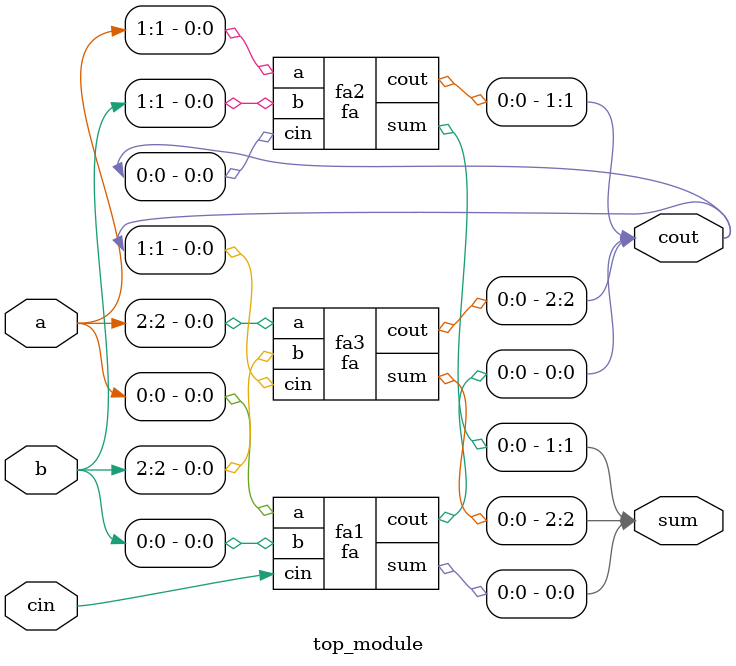
<source format=v>
module fa( 
    input a, b, cin,
    output cout, sum );

    assign {cout, sum} = a + b + cin;
    
endmodule

module top_module( 
    input [2:0] a, b,
    input cin,
    output [2:0] cout,
    output [2:0] sum );



    fa fa1 (.a(a[0]), .b(b[0]), .cin(cin), .cout(cout[0]), .sum(sum[0]));
    fa fa2 (.a(a[1]), .b(b[1]), .cin(cout[0]), .cout(cout[1]), .sum(sum[1]));
    fa fa3 (.a(a[2]), .b(b[2]), .cin(cout[1]), .cout(cout[2]), .sum(sum[2]));

endmodule


</source>
